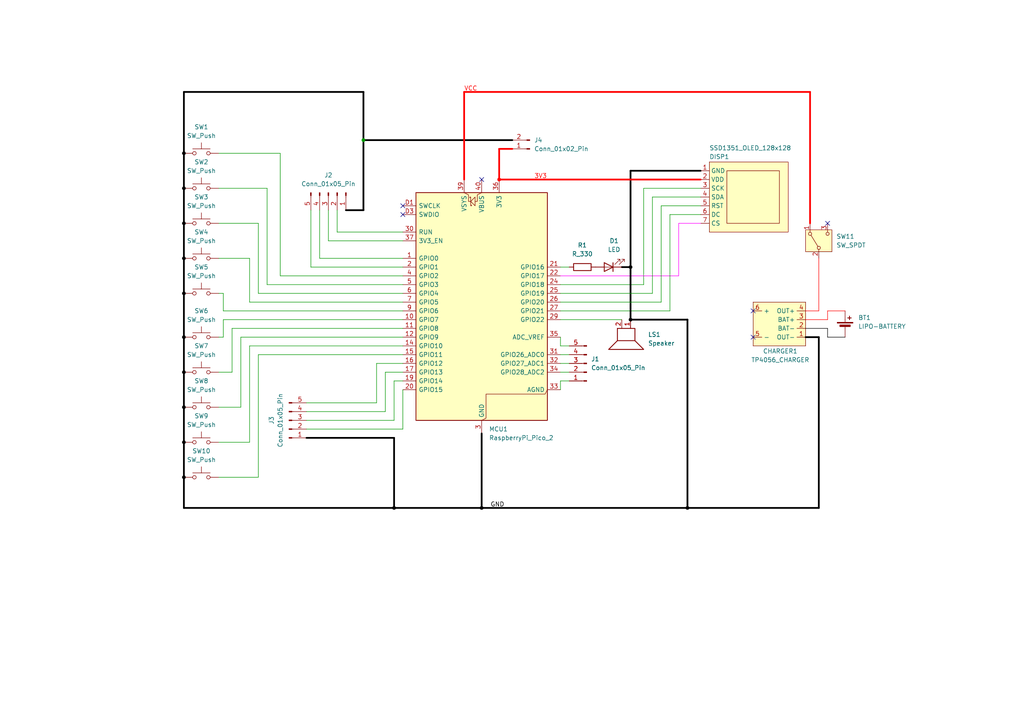
<source format=kicad_sch>
(kicad_sch (version 20250114) (generator "eeschema") (generator_version "9.0")
  (paper "A4")
  (title_block (title "VGC ZERO") (date "2025-12-05") (rev "v0.0.1") (comment 4 "Author: Kacper Akdag-Ochnik"))
  (lib_symbols
    (symbol "Connector:Conn_01x02_Pin" (pin_names (offset 1.016) (hide yes))
      (property "Reference" "J" (at 0 2.54 0))
      (property "Value" "Conn_01x02_Pin" (at 0 -5.08 0))
      (symbol "Conn_01x02_Pin_1_1"
        (rectangle (start 0.8636 0.127) (end 0 -0.127) (stroke (width 0.1524)) (fill (type outline)))
        (rectangle (start 0.8636 -2.413) (end 0 -2.667) (stroke (width 0.1524)) (fill (type outline)))
        (polyline (pts (xy 1.27 0) (xy 0.8636 0)) (stroke (width 0.1524)))
        (polyline (pts (xy 1.27 -2.54) (xy 0.8636 -2.54)) (stroke (width 0.1524)))
        (pin passive line (at 5.08 0 180) (length 3.81) (name "Pin_1") (number "1"))
        (pin passive line (at 5.08 -2.54 180) (length 3.81) (name "Pin_2") (number "2"))
      )
    )
    (symbol "Connector:Conn_01x05_Pin" (pin_names (offset 1.016) (hide yes))
      (property "Reference" "J" (at 0 7.62 0))
      (property "Value" "Conn_01x05_Pin" (at 0 -7.62 0))
      (symbol "Conn_01x05_Pin_1_1"
        (rectangle (start 0.8636 5.207) (end 0 4.953) (stroke (width 0.1524)) (fill (type outline)))
        (rectangle (start 0.8636 2.667) (end 0 2.413) (stroke (width 0.1524)) (fill (type outline)))
        (rectangle (start 0.8636 0.127) (end 0 -0.127) (stroke (width 0.1524)) (fill (type outline)))
        (rectangle (start 0.8636 -2.413) (end 0 -2.667) (stroke (width 0.1524)) (fill (type outline)))
        (rectangle (start 0.8636 -4.953) (end 0 -5.207) (stroke (width 0.1524)) (fill (type outline)))
        (polyline (pts (xy 1.27 5.08) (xy 0.8636 5.08)) (stroke (width 0.1524)))
        (polyline (pts (xy 1.27 2.54) (xy 0.8636 2.54)) (stroke (width 0.1524)))
        (polyline (pts (xy 1.27 0) (xy 0.8636 0)) (stroke (width 0.1524)))
        (polyline (pts (xy 1.27 -2.54) (xy 0.8636 -2.54)) (stroke (width 0.1524)))
        (polyline (pts (xy 1.27 -5.08) (xy 0.8636 -5.08)) (stroke (width 0.1524)))
        (pin passive line (at 5.08 5.08 180) (length 3.81) (name "Pin_1") (number "1"))
        (pin passive line (at 5.08 2.54 180) (length 3.81) (name "Pin_2") (number "2"))
        (pin passive line (at 5.08 0 180) (length 3.81) (name "Pin_3") (number "3"))
        (pin passive line (at 5.08 -2.54 180) (length 3.81) (name "Pin_4") (number "4"))
        (pin passive line (at 5.08 -5.08 180) (length 3.81) (name "Pin_5") (number "5"))
      )
    )
    (symbol "Device:Battery_Cell" (pin_numbers (hide yes)) (pin_names (offset 0) (hide yes))
      (property "Reference" "BT" (at 2.54 2.54 0))
      (property "Value" "Battery_Cell" (at 2.54 0 0))
      (symbol "Battery_Cell_0_1"
        (rectangle (start -2.286 1.778) (end 2.286 1.524) (fill (type outline)))
        (rectangle (start -1.524 1.016) (end 1.524 0.508) (fill (type outline)))
        (polyline (pts (xy 0 1.778) (xy 0 2.54)))
        (polyline (pts (xy 0 0.762) (xy 0 0)))
        (polyline (pts (xy 0.762 3.048) (xy 1.778 3.048)) (stroke (width 0.254)))
        (polyline (pts (xy 1.27 3.556) (xy 1.27 2.54)) (stroke (width 0.254)))
      )
      (symbol "Battery_Cell_1_1"
        (pin passive line (at 0 5.08 270) (length 2.54) (name "+") (number "1"))
        (pin passive line (at 0 -2.54 90) (length 2.54) (name "-") (number "2"))
      )
    )
    (symbol "Device:LED" (pin_numbers (hide yes)) (pin_names (offset 1.016) (hide yes))
      (property "Reference" "D" (at 0 2.54 0))
      (property "Value" "LED" (at 0 -2.54 0))
      (symbol "LED_0_1"
        (polyline (pts (xy -3.048 -0.762) (xy -4.572 -2.286) (xy -3.81 -2.286) (xy -4.572 -2.286) (xy -4.572 -1.524)))
        (polyline (pts (xy -1.778 -0.762) (xy -3.302 -2.286) (xy -2.54 -2.286) (xy -3.302 -2.286) (xy -3.302 -1.524)))
        (polyline (pts (xy -1.27 0) (xy 1.27 0)))
        (polyline (pts (xy -1.27 -1.27) (xy -1.27 1.27)) (stroke (width 0.254)))
        (polyline (pts (xy 1.27 -1.27) (xy 1.27 1.27) (xy -1.27 0) (xy 1.27 -1.27)) (stroke (width 0.254)))
      )
      (symbol "LED_1_1"
        (pin passive line (at -3.81 0 0) (length 2.54) (name "K") (number "1"))
        (pin passive line (at 3.81 0 180) (length 2.54) (name "A") (number "2"))
      )
    )
    (symbol "Device:R" (pin_numbers (hide yes)) (pin_names (offset 0))
      (property "Reference" "R" (at 2.032 0 90))
      (property "Value" "R" (at 0 0 90))
      (symbol "R_0_1"
        (rectangle (start -1.016 -2.54) (end 1.016 2.54) (stroke (width 0.254)))
      )
      (symbol "R_1_1"
        (pin passive line (at 0 3.81 270) (length 1.27) (name "~") (number "1"))
        (pin passive line (at 0 -3.81 90) (length 1.27) (name "~") (number "2"))
      )
    )
    (symbol "Device:Speaker" (pin_names (offset 0) (hide yes))
      (property "Reference" "LS" (at 1.27 5.715 0))
      (property "Value" "Speaker" (at 1.27 3.81 0))
      (symbol "Speaker_0_0"
        (rectangle (start -2.54 1.27) (end 1.016 -3.81) (stroke (width 0.254)))
        (polyline (pts (xy 1.016 1.27) (xy 3.556 3.81) (xy 3.556 -6.35) (xy 1.016 -3.81)) (stroke (width 0.254)))
      )
      (symbol "Speaker_1_1"
        (pin input line (at -5.08 0 0) (length 2.54) (name "1") (number "1"))
        (pin input line (at -5.08 -2.54 0) (length 2.54) (name "2") (number "2"))
      )
    )
    (symbol "MCU_Module:RaspberryPi_Pico_Debug" (pin_names (offset 0.762))
      (property "Reference" "A" (at -19.05 35.56 0))
      (property "Value" "RaspberryPi_Pico" (at 7.62 35.56 0))
      (symbol "RaspberryPi_Pico_Debug_0_1"
        (rectangle (start -19.05 34.29) (end 19.05 -31.75) (stroke (width 0.254)) (fill (type background)))
        (polyline (pts (xy -5.08 34.29) (xy -3.81 33.655) (xy -3.81 31.75) (xy -3.175 31.75)))
        (polyline (pts (xy -3.429 32.766) (xy -3.429 33.02) (xy -3.175 33.02) (xy -3.175 30.48) (xy -2.921 30.48) (xy -2.921 30.734)))
        (polyline (pts (xy -3.175 31.75) (xy -1.905 33.02) (xy -1.905 30.48) (xy -3.175 31.75)))
        (polyline (pts (xy 0 34.29) (xy -1.27 33.655) (xy -1.27 31.75) (xy -1.905 31.75)))
        (polyline (pts (xy 0 -31.75) (xy 1.27 -31.115) (xy 1.27 -24.13) (xy 18.415 -24.13) (xy 19.05 -22.86)))
      )
      (symbol "RaspberryPi_Pico_Debug_1_1"
        (pin input line (at -22.86 30.48 0) (length 3.81) (name "SWCLK") (number "D1"))
        (pin bidirectional line (at -22.86 27.94 0) (length 3.81) (name "SWDIO") (number "D3"))
        (pin passive line (at -22.86 22.86 0) (length 3.81) (name "RUN") (number "30"))
        (pin passive line (at -22.86 20.32 0) (length 3.81) (name "3V3_EN") (number "37"))
        (pin bidirectional line (at -22.86 15.24 0) (length 3.81) (name "GPIO0") (number "1"))
        (pin bidirectional line (at -22.86 12.7 0) (length 3.81) (name "GPIO1") (number "2"))
        (pin bidirectional line (at -22.86 10.16 0) (length 3.81) (name "GPIO2") (number "4"))
        (pin bidirectional line (at -22.86 7.62 0) (length 3.81) (name "GPIO3") (number "5"))
        (pin bidirectional line (at -22.86 5.08 0) (length 3.81) (name "GPIO4") (number "6"))
        (pin bidirectional line (at -22.86 2.54 0) (length 3.81) (name "GPIO5") (number "7"))
        (pin bidirectional line (at -22.86 0 0) (length 3.81) (name "GPIO6") (number "9"))
        (pin bidirectional line (at -22.86 -2.54 0) (length 3.81) (name "GPIO7") (number "10"))
        (pin bidirectional line (at -22.86 -5.08 0) (length 3.81) (name "GPIO8") (number "11"))
        (pin bidirectional line (at -22.86 -7.62 0) (length 3.81) (name "GPIO9") (number "12"))
        (pin bidirectional line (at -22.86 -10.16 0) (length 3.81) (name "GPIO10") (number "14"))
        (pin bidirectional line (at -22.86 -12.7 0) (length 3.81) (name "GPIO11") (number "15"))
        (pin bidirectional line (at -22.86 -15.24 0) (length 3.81) (name "GPIO12") (number "16"))
        (pin bidirectional line (at -22.86 -17.78 0) (length 3.81) (name "GPIO13") (number "17"))
        (pin bidirectional line (at -22.86 -20.32 0) (length 3.81) (name "GPIO14") (number "19"))
        (pin bidirectional line (at -22.86 -22.86 0) (length 3.81) (name "GPIO15") (number "20"))
        (pin power_in line (at -5.08 38.1 270) (length 3.81) (name "VSYS") (number "39"))
        (pin power_out line (at 0 38.1 270) (length 3.81) (name "VBUS") (number "40"))
        (pin passive line (at 0 -35.56 90) (length 3.81) (hide yes) (name "GND") (number "13"))
        (pin passive line (at 0 -35.56 90) (length 3.81) (hide yes) (name "GND") (number "18"))
        (pin passive line (at 0 -35.56 90) (length 3.81) (hide yes) (name "GND") (number "23"))
        (pin passive line (at 0 -35.56 90) (length 3.81) (hide yes) (name "GND") (number "28"))
        (pin power_out line (at 0 -35.56 90) (length 3.81) (name "GND") (number "3"))
        (pin passive line (at 0 -35.56 90) (length 3.81) (hide yes) (name "GND") (number "38"))
        (pin passive line (at 0 -35.56 90) (length 3.81) (hide yes) (name "GND") (number "8"))
        (pin passive line (at 0 -35.56 90) (length 3.81) (hide yes) (name "GND") (number "D2"))
        (pin power_out line (at 5.08 38.1 270) (length 3.81) (name "3V3") (number "36"))
        (pin bidirectional line (at 22.86 12.7 180) (length 3.81) (name "GPIO16") (number "21"))
        (pin bidirectional line (at 22.86 10.16 180) (length 3.81) (name "GPIO17") (number "22"))
        (pin bidirectional line (at 22.86 7.62 180) (length 3.81) (name "GPIO18") (number "24"))
        (pin bidirectional line (at 22.86 5.08 180) (length 3.81) (name "GPIO19") (number "25"))
        (pin bidirectional line (at 22.86 2.54 180) (length 3.81) (name "GPIO20") (number "26"))
        (pin bidirectional line (at 22.86 0 180) (length 3.81) (name "GPIO21") (number "27"))
        (pin bidirectional line (at 22.86 -2.54 180) (length 3.81) (name "GPIO22") (number "29"))
        (pin power_in line (at 22.86 -7.62 180) (length 3.81) (name "ADC_VREF") (number "35"))
        (pin bidirectional line (at 22.86 -12.7 180) (length 3.81) (name "GPIO26_ADC0") (number "31"))
        (pin bidirectional line (at 22.86 -15.24 180) (length 3.81) (name "GPIO27_ADC1") (number "32"))
        (pin bidirectional line (at 22.86 -17.78 180) (length 3.81) (name "GPIO28_ADC2") (number "34"))
        (pin power_out line (at 22.86 -22.86 180) (length 3.81) (name "AGND") (number "33"))
      )
    )
    (symbol "Switch:SW_Push" (pin_numbers (hide yes)) (pin_names (offset 1.016) (hide yes))
      (property "Reference" "SW" (at 1.27 2.54 0))
      (property "Value" "SW_Push" (at 0 -1.524 0))
      (symbol "SW_Push_0_1"
        (circle (center -2.032 0) (radius 0.508))
        (polyline (pts (xy 0 1.27) (xy 0 3.048)))
        (circle (center 2.032 0) (radius 0.508))
        (polyline (pts (xy 2.54 1.27) (xy -2.54 1.27)))
        (pin passive line (at -5.08 0 0) (length 2.54) (name "1") (number "1"))
        (pin passive line (at 5.08 0 180) (length 2.54) (name "2") (number "2"))
      )
    )
    (symbol "Switch:SW_SPDT" (pin_names (offset 0) (hide yes))
      (property "Reference" "SW" (at 0 5.08 0))
      (property "Value" "SW_SPDT" (at 0 -5.08 0))
      (symbol "SW_SPDT_0_1"
        (circle (center -2.032 0) (radius 0.4572))
        (polyline (pts (xy -1.651 0.254) (xy 1.651 2.286)))
        (circle (center 2.032 2.54) (radius 0.4572))
        (circle (center 2.032 -2.54) (radius 0.4572))
      )
      (symbol "SW_SPDT_1_1"
        (rectangle (start -3.175 3.81) (end 3.175 -3.81) (fill (type background)))
        (pin passive line (at -5.08 0 0) (length 2.54) (name "B") (number "2"))
        (pin passive line (at 5.08 2.54 180) (length 2.54) (name "A") (number "1"))
        (pin passive line (at 5.08 -2.54 180) (length 2.54) (name "C") (number "3"))
      )
    )
    (symbol "vgc-zero-symbols:SSD1351_OLED_128x128"
      (property "Reference" "OLED" (at 0 -15.24 0))
      (symbol "SSD1351_OLED_128x128_0_1"
        (rectangle (start -10.16 -2.54) (end 10.16 -25.4) (fill (type background)))
        (rectangle (start -7.62 -7.62) (end 7.62 -22.86))
      )
      (symbol "SSD1351_OLED_128x128_1_1"
        (pin passive line (at -7.62 0 270) (length 2.54) (name "GND") (number "1"))
        (pin passive line (at -5.08 0 270) (length 2.54) (name "VDD") (number "2"))
        (pin passive line (at -2.54 0 270) (length 2.54) (name "SCK") (number "3"))
        (pin passive line (at 0 0 270) (length 2.54) (name "SDA") (number "4"))
        (pin passive line (at 2.54 0 270) (length 2.54) (name "RST") (number "5"))
        (pin passive line (at 5.08 0 270) (length 2.54) (name "DC") (number "6"))
        (pin passive line (at 7.62 0 270) (length 2.54) (name "CS") (number "7"))
      )
    )
    (symbol "vgc-zero-symbols:TP4056_CHARGER"
      (property "Reference" "TP4056_CHARGER" (at 0.254 -7.62 0))
      (symbol "TP4056_CHARGER_0_1"
        (rectangle (start -7.62 6.35) (end 7.62 -6.35) (fill (type background)))
      )
      (symbol "TP4056_CHARGER_1_1"
        (pin power_in line (at -7.62 3.81 0) (length 2.54) (name "OUT-") (number "1"))
        (pin passive line (at -7.62 1.27 0) (length 2.54) (name "BAT-") (number "2"))
        (pin passive line (at -7.62 -1.27 0) (length 2.54) (name "BAT+") (number "3"))
        (pin power_out line (at -7.62 -3.81 0) (length 2.54) (name "OUT+") (number "4"))
        (pin power_in line (at 7.62 3.81 180) (length 2.54) (name "-") (number "5"))
        (pin power_out line (at 7.62 -3.81 180) (length 2.54) (name "+") (number "6"))
      )
    )
  )
  (junction (at 182.88 92.71) (color 0 0 0 1))
  (junction (at 53.34 54.61) (color 0 0 0 1))
  (junction (at 139.7 147.32) (color 0 0 0 1))
  (junction (at 53.34 74.93) (color 0 0 0 1))
  (junction (at 182.88 77.47) (color 0 0 0 1))
  (junction (at 53.34 128.27) (color 0 0 0 1))
  (junction (at 53.34 97.79) (color 0 0 0 1))
  (junction (at 53.34 44.45) (color 0 0 0 1))
  (junction (at 105.41 40.64))
  (junction (at 144.78 52.07) (color 255 0 0 1))
  (junction (at 114.3 147.32) (color 0 0 0 1))
  (junction (at 53.34 64.77) (color 0 0 0 1))
  (junction (at 53.34 107.95) (color 0 0 0 1))
  (junction (at 53.34 138.43) (color 0 0 0 1))
  (junction (at 53.34 118.11) (color 0 0 0 1))
  (junction (at 199.39 147.32) (color 0 0 0 1))
  (junction (at 53.34 85.09) (color 0 0 0 1))
  (no_connect (at 218.44 90.17))
  (no_connect (at 240.03 64.77))
  (no_connect (at 139.7 52.07))
  (no_connect (at 218.44 97.79))
  (no_connect (at 116.84 62.23))
  (no_connect (at 116.84 59.69))
  (wire (pts (xy 139.7 147.32) (xy 199.39 147.32)) (stroke (width 0.508) (color 0 0 0 1)))
  (wire (pts (xy 53.34 118.11) (xy 53.34 128.27)) (stroke (width 0.508) (color 0 0 0 1)))
  (wire (pts (xy 162.56 102.87) (xy 165.1 102.87)))
  (wire (pts (xy 109.22 105.41) (xy 109.22 116.84)))
  (wire (pts (xy 233.68 90.17) (xy 237.49 90.17)) (stroke (width 0) (color 255 0 0 1)))
  (wire (pts (xy 186.69 54.61) (xy 203.2 54.61)))
  (wire (pts (xy 182.88 77.47) (xy 182.88 92.71)) (stroke (width 0.508) (color 0 0 0 1)))
  (wire (pts (xy 203.2 49.53) (xy 182.88 49.53)) (stroke (width 0.508) (color 0 0 0 1)))
  (wire (pts (xy 189.23 57.15) (xy 203.2 57.15)))
  (wire (pts (xy 105.41 40.64) (xy 105.41 26.67)) (stroke (width 0.508) (color 0 0 0 1)))
  (wire (pts (xy 105.41 60.96) (xy 105.41 40.64)) (stroke (width 0.508) (color 0 0 0 1)))
  (wire (pts (xy 196.85 64.77) (xy 196.85 80.01)) (stroke (width 0) (color 255 0 255 1)))
  (wire (pts (xy 105.41 40.64) (xy 148.59 40.64)) (stroke (width 0.508) (color 0 0 0 1)))
  (wire (pts (xy 53.34 97.79) (xy 53.34 107.95)) (stroke (width 0.508) (color 0 0 0 1)))
  (wire (pts (xy 64.77 97.79) (xy 63.5 97.79)))
  (wire (pts (xy 64.77 85.09) (xy 63.5 85.09)))
  (wire (pts (xy 162.56 107.95) (xy 165.1 107.95)))
  (wire (pts (xy 116.84 105.41) (xy 109.22 105.41)))
  (wire (pts (xy 182.88 92.71) (xy 199.39 92.71)) (stroke (width 0.508) (color 0 0 0 1)))
  (wire (pts (xy 53.34 147.32) (xy 114.3 147.32)) (stroke (width 0.508) (color 0 0 0 1)))
  (wire (pts (xy 116.84 87.63) (xy 72.39 87.63)))
  (wire (pts (xy 63.5 64.77) (xy 74.93 64.77)))
  (wire (pts (xy 53.34 128.27) (xy 53.34 138.43)) (stroke (width 0.508) (color 0 0 0 1)))
  (wire (pts (xy 64.77 92.71) (xy 64.77 97.79)))
  (wire (pts (xy 194.31 90.17) (xy 194.31 62.23)))
  (wire (pts (xy 81.28 80.01) (xy 81.28 44.45)))
  (wire (pts (xy 63.5 54.61) (xy 77.47 54.61)))
  (wire (pts (xy 63.5 44.45) (xy 81.28 44.45)))
  (wire (pts (xy 116.84 95.25) (xy 67.31 95.25)))
  (wire (pts (xy 240.03 95.25) (xy 240.03 97.79)) (stroke (width 0) (color 0 0 0 1)))
  (wire (pts (xy 53.34 26.67) (xy 53.34 44.45)) (stroke (width 0.508) (color 0 0 0 1)))
  (wire (pts (xy 237.49 97.79) (xy 237.49 147.32)) (stroke (width 0.508) (color 0 0 0 1)))
  (wire (pts (xy 186.69 82.55) (xy 186.69 54.61)))
  (wire (pts (xy 234.95 26.67) (xy 234.95 64.77)) (stroke (width 0.508) (color 255 0 0 1)))
  (wire (pts (xy 233.68 97.79) (xy 237.49 97.79)) (stroke (width 0.508) (color 0 0 0 1)))
  (wire (pts (xy 162.56 92.71) (xy 180.34 92.71)))
  (wire (pts (xy 53.34 107.95) (xy 53.34 118.11)) (stroke (width 0.508) (color 0 0 0 1)))
  (wire (pts (xy 90.17 77.47) (xy 90.17 60.96)))
  (wire (pts (xy 189.23 85.09) (xy 189.23 57.15)))
  (wire (pts (xy 53.34 64.77) (xy 53.34 74.93)) (stroke (width 0.508) (color 0 0 0 1)))
  (wire (pts (xy 95.25 69.85) (xy 95.25 60.96)))
  (wire (pts (xy 97.79 67.31) (xy 97.79 60.96)))
  (wire (pts (xy 199.39 147.32) (xy 237.49 147.32)) (stroke (width 0.508) (color 0 0 0 1)))
  (wire (pts (xy 196.85 64.77) (xy 203.2 64.77)) (stroke (width 0) (color 255 0 255 1)))
  (wire (pts (xy 162.56 105.41) (xy 165.1 105.41)))
  (wire (pts (xy 53.34 138.43) (xy 53.34 147.32)) (stroke (width 0.508) (color 0 0 0 1)))
  (wire (pts (xy 162.56 110.49) (xy 165.1 110.49)))
  (wire (pts (xy 53.34 85.09) (xy 53.34 97.79)) (stroke (width 0.508) (color 0 0 0 1)))
  (wire (pts (xy 53.34 74.93) (xy 53.34 85.09)) (stroke (width 0.508) (color 0 0 0 1)))
  (wire (pts (xy 114.3 127) (xy 114.3 147.32)) (stroke (width 0.508) (color 0 0 0 1)))
  (wire (pts (xy 116.84 82.55) (xy 77.47 82.55)))
  (wire (pts (xy 162.56 100.33) (xy 165.1 100.33)))
  (wire (pts (xy 162.56 90.17) (xy 194.31 90.17)))
  (wire (pts (xy 191.77 59.69) (xy 203.2 59.69)))
  (wire (pts (xy 116.84 77.47) (xy 90.17 77.47)))
  (wire (pts (xy 240.03 97.79) (xy 245.11 97.79)) (stroke (width 0) (color 0 0 0 1)))
  (wire (pts (xy 69.85 118.11) (xy 63.5 118.11)))
  (wire (pts (xy 144.78 43.18) (xy 144.78 52.07)) (stroke (width 0.508) (color 255 0 0 1)))
  (wire (pts (xy 74.93 102.87) (xy 74.93 138.43)))
  (wire (pts (xy 114.3 110.49) (xy 114.3 121.92)))
  (wire (pts (xy 116.84 67.31) (xy 97.79 67.31)))
  (wire (pts (xy 74.93 85.09) (xy 74.93 64.77)))
  (wire (pts (xy 116.84 74.93) (xy 92.71 74.93)))
  (wire (pts (xy 109.22 116.84) (xy 88.9 116.84)))
  (wire (pts (xy 100.33 60.96) (xy 105.41 60.96)) (stroke (width 0.508) (color 0 0 0 1)))
  (wire (pts (xy 162.56 97.79) (xy 162.56 100.33)))
  (wire (pts (xy 245.11 90.17) (xy 240.03 90.17)) (stroke (width 0) (color 255 0 0 1)))
  (wire (pts (xy 53.34 44.45) (xy 53.34 54.61)) (stroke (width 0.508) (color 0 0 0 1)))
  (wire (pts (xy 148.59 43.18) (xy 144.78 43.18)) (stroke (width 0.508) (color 255 0 0 1)))
  (wire (pts (xy 114.3 121.92) (xy 88.9 121.92)))
  (wire (pts (xy 134.62 26.67) (xy 134.62 52.07)) (stroke (width 0.508) (color 255 0 0 1)))
  (wire (pts (xy 196.85 80.01) (xy 162.56 80.01)) (stroke (width 0) (color 255 0 255 1)))
  (wire (pts (xy 162.56 77.47) (xy 165.1 77.47)))
  (wire (pts (xy 240.03 92.71) (xy 233.68 92.71)) (stroke (width 0) (color 255 0 0 1)))
  (wire (pts (xy 77.47 82.55) (xy 77.47 54.61)))
  (wire (pts (xy 116.84 85.09) (xy 74.93 85.09)))
  (wire (pts (xy 92.71 74.93) (xy 92.71 60.96)))
  (wire (pts (xy 74.93 138.43) (xy 63.5 138.43)))
  (wire (pts (xy 72.39 100.33) (xy 72.39 128.27)))
  (wire (pts (xy 63.5 74.93) (xy 72.39 74.93)))
  (wire (pts (xy 116.84 80.01) (xy 81.28 80.01)))
  (wire (pts (xy 64.77 90.17) (xy 116.84 90.17)))
  (wire (pts (xy 53.34 54.61) (xy 53.34 64.77)) (stroke (width 0.508) (color 0 0 0 1)))
  (wire (pts (xy 111.76 119.38) (xy 88.9 119.38)))
  (wire (pts (xy 72.39 87.63) (xy 72.39 74.93)))
  (wire (pts (xy 116.84 107.95) (xy 111.76 107.95)))
  (wire (pts (xy 64.77 92.71) (xy 116.84 92.71)))
  (wire (pts (xy 162.56 113.03) (xy 162.56 110.49)))
  (wire (pts (xy 182.88 49.53) (xy 182.88 77.47)) (stroke (width 0.508) (color 0 0 0 1)))
  (wire (pts (xy 64.77 90.17) (xy 64.77 85.09)))
  (wire (pts (xy 144.78 52.07) (xy 203.2 52.07)) (stroke (width 0.508) (color 255 0 0 1)))
  (wire (pts (xy 116.84 113.03) (xy 116.84 124.46)))
  (wire (pts (xy 199.39 92.71) (xy 199.39 147.32)) (stroke (width 0.508) (color 0 0 0 1)))
  (wire (pts (xy 180.34 77.47) (xy 182.88 77.47)) (stroke (width 0.508) (color 0 0 0 1)))
  (wire (pts (xy 162.56 82.55) (xy 186.69 82.55)))
  (wire (pts (xy 191.77 87.63) (xy 191.77 59.69)))
  (wire (pts (xy 69.85 97.79) (xy 69.85 118.11)))
  (wire (pts (xy 111.76 107.95) (xy 111.76 119.38)))
  (wire (pts (xy 162.56 87.63) (xy 191.77 87.63)))
  (wire (pts (xy 134.62 26.67) (xy 234.95 26.67)) (stroke (width 0.508) (color 255 0 0 1)))
  (wire (pts (xy 240.03 90.17) (xy 240.03 92.71)) (stroke (width 0) (color 255 0 0 1)))
  (wire (pts (xy 88.9 127) (xy 114.3 127)) (stroke (width 0.508) (color 0 0 0 1)))
  (wire (pts (xy 116.84 110.49) (xy 114.3 110.49)))
  (wire (pts (xy 67.31 107.95) (xy 63.5 107.95)))
  (wire (pts (xy 114.3 147.32) (xy 139.7 147.32)) (stroke (width 0.508) (color 0 0 0 1)))
  (wire (pts (xy 237.49 74.93) (xy 237.49 90.17)) (stroke (width 0) (color 255 0 0 1)))
  (wire (pts (xy 116.84 69.85) (xy 95.25 69.85)))
  (wire (pts (xy 139.7 125.73) (xy 139.7 147.32)) (stroke (width 0.508) (color 0 0 0 1)))
  (wire (pts (xy 116.84 102.87) (xy 74.93 102.87)))
  (wire (pts (xy 67.31 95.25) (xy 67.31 107.95)))
  (wire (pts (xy 116.84 100.33) (xy 72.39 100.33)))
  (wire (pts (xy 194.31 62.23) (xy 203.2 62.23)))
  (wire (pts (xy 162.56 85.09) (xy 189.23 85.09)))
  (wire (pts (xy 88.9 124.46) (xy 116.84 124.46)))
  (wire (pts (xy 63.5 128.27) (xy 72.39 128.27)))
  (wire (pts (xy 116.84 97.79) (xy 69.85 97.79)))
  (wire (pts (xy 105.41 26.67) (xy 53.34 26.67)) (stroke (width 0.508) (color 0 0 0 1)))
  (wire (pts (xy 233.68 95.25) (xy 240.03 95.25)) (stroke (width 0) (color 0 0 0 1)))
  (label "3V3" (at 154.94 52.07 0))
  (label "VCC" (at 134.62 26.67 0))
  (label "GND" (at 142.24 147.32 0))
  (symbol (lib_id "vgc-zero-symbols:TP4056_CHARGER") (at 226.06 93.98 180) (unit 1)
    (property "Reference" "CHARGER1" (at 226.314 101.854 0))
    (property "Value" "TP4056_CHARGER" (at 226.314 104.394 0))
    (property "Footprint" "vgc-zero-footprints:Tp4056_Charger" (effects (hide yes)))
  )
  (symbol (lib_id "MCU_Module:RaspberryPi_Pico_Debug") (at 139.7 90.17 0) (unit 1)
    (property "Reference" "MCU1" (at 141.8433 124.46 0) (effects (justify left)))
    (property "Value" "RaspberryPi_Pico_2" (at 141.8433 127 0) (effects (justify left)))
    (property "Footprint" "Module:RaspberryPi_Pico_SMD_HandSolder" (effects (hide yes)))
    (property "Datasheet" "https://datasheets.raspberrypi.com/pico/pico-datasheet.pdf" (effects (hide yes)))
    (property "Description" "Versatile and inexpensive microcontroller module (with debug pins) powered by RP2040 dual-core Arm Cortex-M0+ processor up to 133 MHz, 264kB SRAM, 2MB QSPI flash; also supports Raspberry Pi Pico 2" (effects (hide yes)))
  )
  (symbol (lib_id "Switch:SW_Push") (at 58.42 138.43 0) (unit 1)
    (property "Reference" "SW10" (at 58.42 130.81 0))
    (property "Value" "SW_Push" (at 58.42 133.35 0))
    (property "Footprint" "vgc-zero-footprints:SW_PUSH_RUBBER_8mm" (effects (hide yes)))
    (property "Description" "Push button switch, generic, two pins" (effects (hide yes)))
  )
  (symbol (lib_id "Switch:SW_Push") (at 58.42 44.45 0) (unit 1)
    (property "Reference" "SW1" (at 58.42 36.83 0))
    (property "Value" "SW_Push" (at 58.42 39.37 0))
    (property "Footprint" "vgc-zero-footprints:SW_PUSH_RUBBER_8mm" (effects (hide yes)))
    (property "Description" "Push button switch, generic, two pins" (effects (hide yes)))
  )
  (symbol (lib_id "Switch:SW_Push") (at 58.42 128.27 0) (unit 1)
    (property "Reference" "SW9" (at 58.42 120.65 0))
    (property "Value" "SW_Push" (at 58.42 123.19 0))
    (property "Footprint" "vgc-zero-footprints:SW_PUSH_RUBBER_8mm" (effects (hide yes)))
    (property "Description" "Push button switch, generic, two pins" (effects (hide yes)))
  )
  (symbol (lib_id "Connector:Conn_01x05_Pin") (at 95.25 55.88 270) (unit 1)
    (property "Reference" "J2" (at 95.25 50.8 90))
    (property "Value" "Conn_01x05_Pin" (at 95.25 53.34 90))
    (property "Footprint" "Connector_PinHeader_1.00mm:PinHeader_1x05_P1.00mm_Horizontal" (effects (hide yes)))
    (property "Description" "Generic connector, single row, 01x05, script generated" (effects (hide yes)))
  )
  (symbol (lib_id "Connector:Conn_01x05_Pin") (at 83.82 121.92 0) (mirror x) (unit 1)
    (property "Reference" "J3" (at 78.74 121.92 90))
    (property "Value" "Conn_01x05_Pin" (at 81.28 121.92 90))
    (property "Footprint" "Connector_PinHeader_1.00mm:PinHeader_1x05_P1.00mm_Horizontal" (effects (hide yes)))
    (property "Description" "Generic connector, single row, 01x05, script generated" (effects (hide yes)))
  )
  (symbol (lib_id "Device:Speaker") (at 182.88 97.79 270) (unit 1)
    (property "Reference" "LS1" (at 187.96 97.0279 90) (effects (justify left)))
    (property "Value" "Speaker" (at 187.96 99.5679 90) (effects (justify left)))
    (property "Footprint" "Connector_Wire:SolderWire-0.1sqmm_1x02_P3.6mm_D0.4mm_OD1mm" (effects (hide yes)))
    (property "Description" "Speaker" (effects (hide yes)))
  )
  (symbol (lib_id "Connector:Conn_01x05_Pin") (at 170.18 105.41 180) (unit 1)
    (property "Reference" "J1" (at 171.45 104.1399 0) (effects (justify right)))
    (property "Value" "Conn_01x05_Pin" (at 171.45 106.6799 0) (effects (justify right)))
    (property "Footprint" "Connector_PinHeader_1.00mm:PinHeader_1x05_P1.00mm_Horizontal" (effects (hide yes)))
    (property "Description" "Generic connector, single row, 01x05, script generated" (effects (hide yes)))
  )
  (symbol (lib_id "Switch:SW_Push") (at 58.42 54.61 0) (unit 1)
    (property "Reference" "SW2" (at 58.42 46.99 0))
    (property "Value" "SW_Push" (at 58.42 49.53 0))
    (property "Footprint" "vgc-zero-footprints:SW_PUSH_RUBBER_8mm" (effects (hide yes)))
    (property "Description" "Push button switch, generic, two pins" (effects (hide yes)))
  )
  (symbol (lib_id "Switch:SW_Push") (at 58.42 74.93 0) (unit 1)
    (property "Reference" "SW4" (at 58.42 67.31 0))
    (property "Value" "SW_Push" (at 58.42 69.85 0))
    (property "Footprint" "vgc-zero-footprints:SW_PUSH_RUBBER_8mm" (effects (hide yes)))
    (property "Description" "Push button switch, generic, two pins" (effects (hide yes)))
  )
  (symbol (lib_id "Switch:SW_Push") (at 58.42 64.77 0) (unit 1)
    (property "Reference" "SW3" (at 58.42 57.15 0))
    (property "Value" "SW_Push" (at 58.42 59.69 0))
    (property "Footprint" "vgc-zero-footprints:SW_PUSH_RUBBER_8mm" (effects (hide yes)))
    (property "Description" "Push button switch, generic, two pins" (effects (hide yes)))
  )
  (symbol (lib_id "vgc-zero-symbols:SSD1351_OLED_128x128") (at 203.2 57.15 90) (mirror x) (unit 1)
    (property "Reference" "DISP1" (at 205.74 45.466 90) (effects (justify right)))
    (property "Value" "SSD1351_OLED_128x128" (at 205.74 42.926 90) (effects (justify right)))
    (property "Footprint" "vgc-zero-footprints:SSD1351_OLED_128x128" (effects (hide yes)))
  )
  (symbol (lib_id "Device:Battery_Cell") (at 245.11 95.25 0) (unit 1)
    (property "Reference" "BT1" (at 248.92 92.1384 0) (effects (justify left)))
    (property "Value" "LIPO-BATTERY" (at 248.92 94.6784 0) (effects (justify left)))
    (property "Footprint" "Connector_JST:JST_PH_S2B-PH-K_1x02_P2.00mm_Horizontal" (effects (hide yes)))
    (property "Description" "Single-cell battery" (effects (hide yes)))
  )
  (symbol (lib_id "Connector:Conn_01x02_Pin") (at 153.67 43.18 180) (unit 1)
    (property "Reference" "J4" (at 154.94 40.6399 0) (effects (justify right)))
    (property "Value" "Conn_01x02_Pin" (at 154.94 43.1799 0) (effects (justify right)))
    (property "Footprint" "Connector_PinHeader_1.00mm:PinHeader_1x02_P1.00mm_Horizontal" (effects (hide yes)))
    (property "Description" "Generic connector, single row, 01x02, script generated" (effects (hide yes)))
  )
  (symbol (lib_id "Switch:SW_Push") (at 58.42 85.09 0) (unit 1)
    (property "Reference" "SW5" (at 58.42 77.47 0))
    (property "Value" "SW_Push" (at 58.42 80.01 0))
    (property "Footprint" "vgc-zero-footprints:SW_PUSH_RUBBER_8mm" (effects (hide yes)))
    (property "Description" "Push button switch, generic, two pins" (effects (hide yes)))
  )
  (symbol (lib_id "Switch:SW_SPDT") (at 237.49 69.85 90) (unit 1)
    (property "Reference" "SW11" (at 242.57 68.5799 90) (effects (justify right)))
    (property "Value" "SW_SPDT" (at 242.57 71.1199 90) (effects (justify right)))
    (property "Footprint" "Button_Switch_THT:SW_Slide_SPDT_Angled_CK_OS102011MA1Q" (effects (hide yes)))
    (property "Description" "Switch, single pole double throw" (effects (hide yes)))
  )
  (symbol (lib_id "Switch:SW_Push") (at 58.42 107.95 0) (unit 1)
    (property "Reference" "SW7" (at 58.42 100.33 0))
    (property "Value" "SW_Push" (at 58.42 102.87 0))
    (property "Footprint" "vgc-zero-footprints:SW_PUSH_RUBBER_8mm" (effects (hide yes)))
    (property "Description" "Push button switch, generic, two pins" (effects (hide yes)))
  )
  (symbol (lib_id "Switch:SW_Push") (at 58.42 118.11 0) (unit 1)
    (property "Reference" "SW8" (at 58.42 110.49 0))
    (property "Value" "SW_Push" (at 58.42 113.03 0))
    (property "Footprint" "vgc-zero-footprints:SW_PUSH_RUBBER_8mm" (effects (hide yes)))
    (property "Description" "Push button switch, generic, two pins" (effects (hide yes)))
  )
  (symbol (lib_id "Device:LED") (at 176.53 77.47 180) (unit 1)
    (property "Reference" "D1" (at 178.1175 69.85 0))
    (property "Value" "LED" (at 178.1175 72.39 0))
    (property "Footprint" "LED_THT:LED_D3.0mm" (effects (hide yes)))
    (property "Description" "Light emitting diode" (effects (hide yes)))
    (property "Sim.Pins" "1=K 2=A" (effects (hide yes)))
  )
  (symbol (lib_id "Device:R") (at 168.91 77.47 90) (unit 1)
    (property "Reference" "R1" (at 168.91 71.12 90))
    (property "Value" "R_330" (at 168.91 73.66 90))
    (property "Footprint" "Resistor_THT:R_Axial_DIN0204_L3.6mm_D1.6mm_P5.08mm_Horizontal" (effects (hide yes)))
    (property "Description" "Resistor" (effects (hide yes)))
  )
  (symbol (lib_id "Switch:SW_Push") (at 58.42 97.79 0) (unit 1)
    (property "Reference" "SW6" (at 58.42 90.17 0))
    (property "Value" "SW_Push" (at 58.42 92.71 0))
    (property "Footprint" "vgc-zero-footprints:SW_PUSH_RUBBER_8mm" (effects (hide yes)))
    (property "Description" "Push button switch, generic, two pins" (effects (hide yes)))
  )
)
</source>
